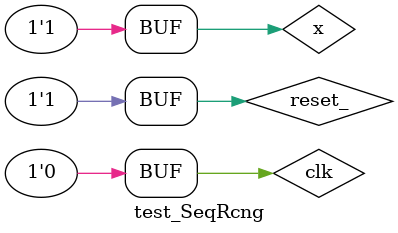
<source format=v>
`timescale 1ns/10ps
module SeqRcgn (out,x,clk,reset_) ;
// Port declarations
output out ;
input x,clk,reset_ ;

reg out ;
reg[2:0] state, next_state ;
	
parameter A= 3'b000, B=3'b001, C=3'b011, D=3'b010, E=3'b110;

always@ (posedge clk or negedge reset_)
	if(!reset_)	// an asynchronous reset_
		state = A ;
	else
		state = next_state ;

always@ (state or x)
    case(state)		// state transition
    A:
		if(x)
			next_state = B ;
		else
			next_state = A ;
	B:
		if(x)
			next_state = B ;
		else
			next_state = C ;
	C:
		if(x)
			next_state = B ;
		else
			next_state = D ;
	D:
		if(x)
			next_state = E ;
		else
			next_state = A ;
	E:
		if(x)
			next_state = B ;
		else
			next_state = C ;
	default:
		next_state = 3'bxxx ;
	endcase
		
always@ (state)
	case (state)
	A, B, C, D:
		out = 0 ;
	E:
		out = 1 ;
	default:
		out = 1'bx ;
	endcase
	
endmodule

module test_SeqRcng ;

reg x, clk, reset_ ;

//SeqRcgn instance
    SeqRcgn SR1 (out, x, clk, reset_) ;

//Stimulus
initial
begin
	clk = 1'b0 ;
	repeat(30)
		#10 clk = ~clk ;
end
	
initial
begin
  x = 0 ; reset_ = 0;
  #15  reset_ = 1; x = 1 ;
  #20  x = 0 ;
  #20  x = 0 ;
  #20  x = 1 ;
  #20  x = 0 ;
  #20  x = 0 ;
  #20  x = 1 ;
  #20  x = 0 ;
  #20  x = 1 ;
  #20  x = 1 ;
  #20  x = 0 ;
  #20  x = 1 ;
  #20  x = 1 ;
  #20  x = 1 ;
  #20  x = 0 ;
  #20  x = 1 ;  
  
end

//Display results
initial
begin
  $display("                time out  x   clk  reset_");
  $monitor($time, "  %b   %b   %b   %b", out, x, clk, reset_) ;
end

initial
begin
$dumpfile("SeqRcgn.vcd");
$dumpvars;
end

endmodule


</source>
